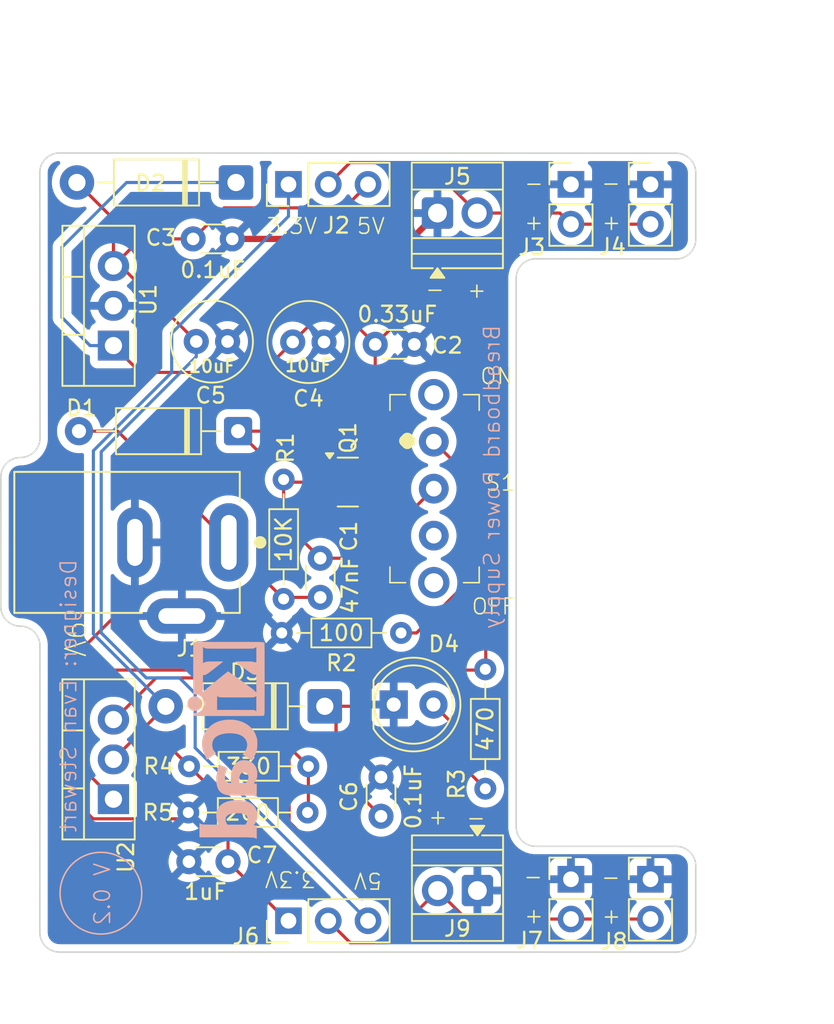
<source format=kicad_pcb>
(kicad_pcb (version 20241229) (generator "pcbnew") (generator_version "9.0")
  (title_block (title "Bread Board Power Supply") (date "2025-10-17") (rev "1.0") (company "Evan Stewart") (comment 1 "12V to 5V or 3.3V output for breadboards"))
  (layers (0 "F.Cu" signal) (2 "B.Cu" signal) (13 "F.Paste" user) (15 "B.Paste" user) (5 "F.SilkS" user "F.Silkscreen") (7 "B.SilkS" user "B.Silkscreen") (1 "F.Mask" user) (3 "B.Mask" user) (25 "Edge.Cuts" user))
  (net 0 "")
  (net 1 "GND")
  (net 2 "Net-(D1-K)")
  (net 3 "/9V_PWR")
  (net 4 "/5V_PWR")
  (net 5 "/3.3V_PWR")
  (net 6 "Net-(U2-ADJ)")
  (net 8 "/PWR_Output1")
  (net 9 "/PWR_Output2")
  (net 10 "/PWR_IN")
  (net 11 "Net-(D4-A)")
  (net 12 "Net-(R2-Pad1)")
  (net 13 "Net-(Q1-G)")
  (footprint "LED_THT:LED_D5.0mm" (layer "F.Cu") (at 148.38875 112.27125)
    (property "Reference" "D4" (at 3.2 -3.86 0) (layer "F.SilkS"))
    (property "Value" "LED")
    (pad "1" thru_hole rect (at 0 0) (size 1.8 1.8) (drill 0.9) (layers "*.Cu" "*.Mask") (net 1 "GND"))
    (pad "2" thru_hole circle (at 2.54 0) (size 1.8 1.8) (drill 0.9) (layers "*.Cu" "*.Mask") (net 11 "Net-(D4-A)"))
  )
  (footprint "Capacitor_THT:C_Disc_D3.0mm_W1.6mm_P2.50mm" (layer "F.Cu") (at 147.57875 119.40125 90)
    (property "Reference" "C6" (at 1.25 -2.05 90) (layer "F.SilkS"))
    (property "Value" "0.1uF" (at 1.25 2.05 90) (layer "F.SilkS"))
    (pad "1" thru_hole circle (at 0 0 90) (size 1.6 1.6) (drill 0.8) (layers "*.Cu" "*.Mask") (net 3 "/9V_PWR"))
    (pad "2" thru_hole circle (at 2.5 0 90) (size 1.6 1.6) (drill 0.8) (layers "*.Cu" "*.Mask") (net 1 "GND"))
  )
  (footprint "PJ-002A_BarrelJack:CUI_PJ-002A" (layer "F.Cu") (at 137.85875 101.92125 180)
    (property "Reference" "J1" (at 2.487052 -6.770615 180) (layer "F.SilkS") (effects (font (size 1.000827 1.000827))))
    (property "Value" "Barrel_Jack")
    (pad "1" thru_hole oval (at 0 0 180) (size 2.5 5) (drill oval 1 3.5) (layers "*.Cu" "*.Mask") (net 10 "/PWR_IN"))
    (pad "2" thru_hole oval (at 6 0 180) (size 2.25 4.5) (drill oval 1 3) (layers "*.Cu" "*.Mask") (net 1 "GND"))
    (pad "3" thru_hole oval (at 3 -4.7 180) (size 4.5 2.25) (drill oval 3 1) (layers "*.Cu" "*.Mask") (net 1 "GND"))
  )
  (footprint "Diode_THT:D_DO-41_SOD81_P10.16mm_Horizontal" (layer "F.Cu") (at 143.98875 112.38125 180)
    (property "Reference" "D3" (at 5.08 2.18 0) (layer "F.SilkS"))
    (property "Value" "1N4007")
    (pad "1" thru_hole roundrect (at 0 0 180) (size 2.2 2.2) (drill 1.1) (layers "*.Cu" "*.Mask") (roundrect_rratio 0.113636) (net 3 "/9V_PWR"))
    (pad "2" thru_hole circle (at 10.16 0 180) (size 2.2 2.2) (drill 1.1) (layers "*.Cu" "*.Mask") (net 5 "/3.3V_PWR"))
  )
  (footprint "Connector_PinHeader_2.54mm:PinHeader_1x03_P2.54mm_Vertical" (layer "F.Cu") (at 141.66875 79.07125 90)
    (property "Reference" "J2" (at -2.62 3.06 0) (layer "F.SilkS"))
    (property "Value" "Conn_01x03_Pin")
    (pad "1" thru_hole rect (at 0 0 90) (size 1.7 1.7) (drill 1) (layers "*.Cu" "*.Mask") (net 5 "/3.3V_PWR"))
    (pad "2" thru_hole circle (at 0 2.54 90) (size 1.7 1.7) (drill 1) (layers "*.Cu" "*.Mask") (net 8 "/PWR_Output1"))
    (pad "3" thru_hole circle (at 0 5.08 90) (size 1.7 1.7) (drill 1) (layers "*.Cu" "*.Mask") (net 4 "/5V_PWR"))
  )
  (footprint "Resistor_THT:R_Axial_DIN0204_L3.6mm_D1.6mm_P7.62mm_Horizontal" (layer "F.Cu") (at 135.26875 119.16125)
    (property "Reference" "R5" (at -1.94 0 0) (layer "F.SilkS"))
    (property "Value" "200" (at 3.81 0 0) (layer "F.SilkS"))
    (pad "1" thru_hole circle (at 0 0) (size 1.4 1.4) (drill 0.7) (layers "*.Cu" "*.Mask") (net 1 "GND"))
    (pad "2" thru_hole circle (at 7.62 0) (size 1.4 1.4) (drill 0.7) (layers "*.Cu" "*.Mask") (net 6 "Net-(U2-ADJ)"))
  )
  (footprint "Diode_THT:D_A-405_P10.16mm_Horizontal" (layer "F.Cu") (at 138.44875 94.82125 180)
    (property "Reference" "D1" (at 10 1.47 0) (layer "F.SilkS"))
    (property "Value" "1N5822")
    (pad "1" thru_hole roundrect (at 0 0 180) (size 1.8 1.8) (drill 0.9) (layers "*.Cu" "*.Mask") (roundrect_rratio 0.138889) (net 2 "Net-(D1-K)"))
    (pad "2" thru_hole circle (at 10.16 0 180) (size 1.8 1.8) (drill 0.9) (layers "*.Cu" "*.Mask") (net 10 "/PWR_IN"))
  )
  (footprint "Connector_PinHeader_2.54mm:PinHeader_1x02_P2.54mm_Vertical" (layer "F.Cu") (at 164.78875 123.42125)
    (property "Reference" "J8" (at -2.33 3.97 0) (layer "F.SilkS"))
    (property "Value" "Conn_01x02_Pin")
    (pad "1" thru_hole rect (at 0 0) (size 1.7 1.7) (drill 1) (layers "*.Cu" "*.Mask") (net 1 "GND"))
    (pad "2" thru_hole circle (at 0 2.54) (size 1.7 1.7) (drill 1) (layers "*.Cu" "*.Mask") (net 9 "/PWR_Output2"))
  )
  (footprint "Connector_PinHeader_2.54mm:PinHeader_1x03_P2.54mm_Vertical" (layer "F.Cu") (at 141.66875 126.07125 90)
    (property "Reference" "J6" (at -1 -2.71 180) (layer "F.SilkS"))
    (property "Value" "Conn_01x03_Pin")
    (pad "1" thru_hole rect (at 0 0 90) (size 1.7 1.7) (drill 1) (layers "*.Cu" "*.Mask") (net 5 "/3.3V_PWR"))
    (pad "2" thru_hole circle (at 0 2.54 90) (size 1.7 1.7) (drill 1) (layers "*.Cu" "*.Mask") (net 9 "/PWR_Output2"))
    (pad "3" thru_hole circle (at 0 5.08 90) (size 1.7 1.7) (drill 1) (layers "*.Cu" "*.Mask") (net 4 "/5V_PWR"))
  )
  (footprint "Package_TO_SOT_THT:TO-220-3_Vertical" (layer "F.Cu") (at 130.48875 118.31125 90)
    (property "Reference" "U2" (at -3.71 0.8 90) (layer "F.SilkS"))
    (property "Value" "LM317_TO-220" (hide yes))
    (pad "1" thru_hole rect (at 0 0 90) (size 1.905 2) (drill 1.1) (layers "*.Cu" "*.Mask") (net 6 "Net-(U2-ADJ)"))
    (pad "2" thru_hole oval (at 2.54 0 90) (size 1.905 2) (drill 1.1) (layers "*.Cu" "*.Mask") (net 5 "/3.3V_PWR"))
    (pad "3" thru_hole oval (at 5.08 0 90) (size 1.905 2) (drill 1.1) (layers "*.Cu" "*.Mask") (net 3 "/9V_PWR"))
  )
  (footprint "Resistor_THT:R_Axial_DIN0204_L3.6mm_D1.6mm_P7.62mm_Horizontal" (layer "F.Cu") (at 141.35875 97.91125 -90)
    (property "Reference" "R1" (at -2.01 -0.13 90) (layer "F.SilkS"))
    (property "Value" "10K" (at 3.81 0 90) (layer "F.SilkS"))
    (pad "1" thru_hole circle (at 0 0 270) (size 1.4 1.4) (drill 0.7) (layers "*.Cu" "*.Mask") (net 13 "Net-(Q1-G)"))
    (pad "2" thru_hole circle (at 7.62 0 270) (size 1.4 1.4) (drill 0.7) (layers "*.Cu" "*.Mask") (net 2 "Net-(D1-K)"))
  )
  (footprint "TerminalBlock:TerminalBlock_Xinya_XY308-2.54-2P_1x02_P2.54mm_Horizontal" (layer "F.Cu") (at 153.73375 124.14125 180)
    (property "Reference" "J9" (at 1.275 -2.43 180) (layer "F.SilkS"))
    (property "Value" "Screw_Terminal_01x02")
    (pad "1" thru_hole roundrect (at 0 0 180) (size 2 2) (drill 1.2) (layers "*.Cu" "*.Mask") (roundrect_rratio 0.125) (net 1 "GND"))
    (pad "2" thru_hole circle (at 2.54 0 180) (size 2 2) (drill 1.2) (layers "*.Cu" "*.Mask") (net 9 "/PWR_Output2"))
  )
  (footprint "Package_TO_SOT_SMD:SOT-23" (layer "F.Cu") (at 145.45875 98.07125)
    (property "Reference" "Q1" (at 0.02 -2.8175 90) (layer "F.SilkS"))
    (property "Value" "AO3401A")
    (pad "1" smd roundrect (at -0.9375 -0.95) (size 1.475 0.6) (layers "F.Cu" "F.Mask" "F.Paste") (net 13 "Net-(Q1-G)"))
    (pad "2" smd roundrect (at -0.9375 0.95) (size 1.475 0.6) (layers "F.Cu" "F.Mask" "F.Paste") (net 3 "/9V_PWR"))
    (pad "3" smd roundrect (at 0.9375 0) (size 1.475 0.6) (layers "F.Cu" "F.Mask" "F.Paste") (net 2 "Net-(D1-K)"))
  )
  (footprint "FootprintLib_ES:SW_Slide_SS12F44_SPDT" (layer "F.Cu") (at 150.94875 98.49125)
    (property "Reference" "S1" (at 4.27 -0.37 0) (layer "F.SilkS") (effects (font (thickness 0.1))))
    (property "Value" "OS102011MS2QN1")
    (fp_text user "." (at -2.9 -2.5 0) (layer "F.SilkS") (effects (font (size 3 3) (thickness 0.75) (bold yes)) (justify left bottom)))
    (pad "" np_thru_hole circle (at 0 -6) (size 2 2) (drill 1.2) (layers "*.Cu" "*.Mask"))
    (pad "" np_thru_hole circle (at 0 6) (size 2 2) (drill 1.2) (layers "*.Cu" "*.Mask"))
    (pad "1" thru_hole circle (at 0 -3) (size 1.9 1.9) (drill 1) (layers "*.Cu" "*.Mask") (net 12 "Net-(R2-Pad1)"))
    (pad "2" thru_hole circle (at 0 0) (size 1.9 1.9) (drill 1) (layers "*.Cu" "*.Mask") (net 13 "Net-(Q1-G)"))
    (pad "3" thru_hole circle (at 0 3) (size 1.9 1.9) (drill 1) (layers "*.Cu" "*.Mask"))
  )
  (footprint "Capacitor_THT:C_Radial_D5.0mm_H11.0mm_P2.00mm" (layer "F.Cu") (at 141.93875 89.13125)
    (property "Reference" "C4" (at 1 3.61 0) (layer "F.SilkS"))
    (property "Value" "10uF" (at 1 1.5 0) (layer "F.SilkS") (effects (font (size 0.8 0.8))))
    (pad "1" thru_hole circle (at 0 0) (size 1.6 1.6) (drill 0.8) (layers "*.Cu" "*.Mask") (net 3 "/9V_PWR"))
    (pad "2" thru_hole circle (at 2 0) (size 1.6 1.6) (drill 0.8) (layers "*.Cu" "*.Mask") (net 1 "GND"))
  )
  (footprint "Capacitor_THT:C_Disc_D3.0mm_W1.6mm_P2.50mm" (layer "F.Cu") (at 135.57875 82.55125)
    (property "Reference" "C3" (at -2.06 -0.08 0) (layer "F.SilkS"))
    (property "Value" "0.1uF" (at 1.25 1.98 0) (layer "F.SilkS"))
    (pad "1" thru_hole circle (at 0 0) (size 1.6 1.6) (drill 0.8) (layers "*.Cu" "*.Mask") (net 4 "/5V_PWR"))
    (pad "2" thru_hole circle (at 2.5 0) (size 1.6 1.6) (drill 0.8) (layers "*.Cu" "*.Mask") (net 1 "GND"))
  )
  (footprint "Capacitor_THT:C_Disc_D3.0mm_W1.6mm_P2.50mm" (layer "F.Cu") (at 147.20875 89.28125)
    (property "Reference" "C2" (at 4.61 0.07 0) (layer "F.SilkS"))
    (property "Value" "0.33uF" (at 1.41 -1.92 0) (layer "F.SilkS"))
    (pad "1" thru_hole circle (at 0 0) (size 1.6 1.6) (drill 0.8) (layers "*.Cu" "*.Mask") (net 3 "/9V_PWR"))
    (pad "2" thru_hole circle (at 2.5 0) (size 1.6 1.6) (drill 0.8) (layers "*.Cu" "*.Mask") (net 1 "GND"))
  )
  (footprint "Connector_PinHeader_2.54mm:PinHeader_1x02_P2.54mm_Vertical" (layer "F.Cu") (at 159.70875 123.42125)
    (property "Reference" "J7" (at -2.65 3.9 180) (layer "F.SilkS"))
    (property "Value" "Conn_01x02_Pin")
    (pad "1" thru_hole rect (at 0 0) (size 1.7 1.7) (drill 1) (layers "*.Cu" "*.Mask") (net 1 "GND"))
    (pad "2" thru_hole circle (at 0 2.54) (size 1.7 1.7) (drill 1) (layers "*.Cu" "*.Mask") (net 9 "/PWR_Output2"))
  )
  (footprint "TerminalBlock:TerminalBlock_Xinya_XY308-2.54-2P_1x02_P2.54mm_Horizontal" (layer "F.Cu") (at 151.18375 80.90125)
    (property "Reference" "J5" (at 1.27 -2.33 0) (layer "F.SilkS"))
    (property "Value" "Screw_Terminal_01x02")
    (pad "1" thru_hole roundrect (at 0 0) (size 2 2) (drill 1.2) (layers "*.Cu" "*.Mask") (roundrect_rratio 0.125) (net 1 "GND"))
    (pad "2" thru_hole circle (at 2.54 0) (size 2 2) (drill 1.2) (layers "*.Cu" "*.Mask") (net 8 "/PWR_Output1"))
  )
  (footprint "Connector_PinHeader_2.54mm:PinHeader_1x02_P2.54mm_Vertical" (layer "F.Cu") (at 164.78875 79.07125)
    (property "Reference" "J4" (at -2.43 3.97 0) (layer "F.SilkS"))
    (property "Value" "Conn_01x02_Pin")
    (pad "1" thru_hole rect (at 0 0) (size 1.7 1.7) (drill 1) (layers "*.Cu" "*.Mask") (net 1 "GND"))
    (pad "2" thru_hole circle (at 0 2.54) (size 1.7 1.7) (drill 1) (layers "*.Cu" "*.Mask") (net 8 "/PWR_Output1"))
  )
  (footprint "Package_TO_SOT_THT:TO-220-3_Vertical" (layer "F.Cu") (at 130.48875 89.36125 90)
    (property "Reference" "U1" (at 2.93 2.23 90) (layer "F.SilkS"))
    (property "Value" "LM7805_TO220" (hide yes))
    (pad "1" thru_hole rect (at 0 0 90) (size 1.905 2) (drill 1.1) (layers "*.Cu" "*.Mask") (net 3 "/9V_PWR"))
    (pad "2" thru_hole oval (at 2.54 0 90) (size 1.905 2) (drill 1.1) (layers "*.Cu" "*.Mask") (net 1 "GND"))
    (pad "3" thru_hole oval (at 5.08 0 90) (size 1.905 2) (drill 1.1) (layers "*.Cu" "*.Mask") (net 4 "/5V_PWR"))
  )
  (footprint "Capacitor_THT:C_Radial_D5.0mm_H11.0mm_P2.00mm" (layer "F.Cu") (at 135.77875 89.10125)
    (property "Reference" "C5" (at 0.92 3.44 0) (layer "F.SilkS"))
    (property "Value" "10uF" (at 1.01 1.58 0) (layer "F.SilkS") (effects (font (size 0.8 0.8))))
    (pad "1" thru_hole circle (at 0 0) (size 1.6 1.6) (drill 0.8) (layers "*.Cu" "*.Mask") (net 4 "/5V_PWR"))
    (pad "2" thru_hole circle (at 2 0) (size 1.6 1.6) (drill 0.8) (layers "*.Cu" "*.Mask") (net 1 "GND"))
  )
  (footprint "Resistor_THT:R_Axial_DIN0204_L3.6mm_D1.6mm_P7.62mm_Horizontal" (layer "F.Cu") (at 154.23875 117.64125 90)
    (property "Reference" "R3" (at 0.29 -1.84 90) (layer "F.SilkS"))
    (property "Value" "470" (at 3.81 0 90) (layer "F.SilkS"))
    (pad "1" thru_hole circle (at 0 0 90) (size 1.4 1.4) (drill 0.7) (layers "*.Cu" "*.Mask") (net 11 "Net-(D4-A)"))
    (pad "2" thru_hole circle (at 7.62 0 90) (size 1.4 1.4) (drill 0.7) (layers "*.Cu" "*.Mask") (net 3 "/9V_PWR"))
  )
  (footprint "Capacitor_THT:C_Disc_D3.0mm_W1.6mm_P2.50mm" (layer "F.Cu") (at 143.69875 105.43125 90)
    (property "Reference" "C1" (at 3.9 1.83 90) (layer "F.SilkS"))
    (property "Value" "47nF" (at 0.78 1.9 90) (layer "F.SilkS"))
    (pad "1" thru_hole circle (at 0 0 90) (size 1.6 1.6) (drill 0.8) (layers "*.Cu" "*.Mask") (net 2 "Net-(D1-K)"))
    (pad "2" thru_hole circle (at 2.5 0 90) (size 1.6 1.6) (drill 0.8) (layers "*.Cu" "*.Mask") (net 13 "Net-(Q1-G)"))
  )
  (footprint "Resistor_THT:R_Axial_DIN0204_L3.6mm_D1.6mm_P7.62mm_Horizontal" (layer "F.Cu") (at 142.93875 116.21125 180)
    (property "Reference" "R4" (at 9.56 0 0) (layer "F.SilkS"))
    (property "Value" "330" (at 3.81 0 0) (layer "F.SilkS"))
    (pad "1" thru_hole circle (at 0 0 180) (size 1.4 1.4) (drill 0.7) (layers "*.Cu" "*.Mask") (net 6 "Net-(U2-ADJ)"))
    (pad "2" thru_hole circle (at 7.62 0 180) (size 1.4 1.4) (drill 0.7) (layers "*.Cu" "*.Mask") (net 5 "/3.3V_PWR"))
  )
  (footprint "Connector_PinHeader_2.54mm:PinHeader_1x02_P2.54mm_Vertical" (layer "F.Cu") (at 159.70875 79.07125)
    (property "Reference" "J3" (at -2.5 4 180) (layer "F.SilkS"))
    (property "Value" "Conn_01x02_Pin")
    (pad "1" thru_hole rect (at 0 0) (size 1.7 1.7) (drill 1) (layers "*.Cu" "*.Mask") (net 1 "GND"))
    (pad "2" thru_hole circle (at 0 2.54) (size 1.7 1.7) (drill 1) (layers "*.Cu" "*.Mask") (net 8 "/PWR_Output1"))
  )
  (footprint "Resistor_THT:R_Axial_DIN0204_L3.6mm_D1.6mm_P7.62mm_Horizontal" (layer "F.Cu") (at 148.85875 107.70125 180)
    (property "Reference" "R2" (at 3.81 -1.92 0) (layer "F.SilkS"))
    (property "Value" "100" (at 3.81 0 0) (layer "F.SilkS"))
    (pad "1" thru_hole circle (at 0 0 180) (size 1.4 1.4) (drill 0.7) (layers "*.Cu" "*.Mask") (net 12 "Net-(R2-Pad1)"))
    (pad "2" thru_hole circle (at 7.62 0 180) (size 1.4 1.4) (drill 0.7) (layers "*.Cu" "*.Mask") (net 1 "GND"))
  )
  (footprint "Capacitor_THT:C_Disc_D3.0mm_W1.6mm_P2.50mm" (layer "F.Cu") (at 137.80875 122.30125 180)
    (property "Reference" "C7" (at -2.17 0.42 0) (layer "F.SilkS"))
    (property "Value" "1uF" (at 1.44 -1.92 180) (layer "F.SilkS"))
    (pad "1" thru_hole circle (at 0 0 180) (size 1.6 1.6) (drill 0.8) (layers "*.Cu" "*.Mask") (net 5 "/3.3V_PWR"))
    (pad "2" thru_hole circle (at 2.5 0 180) (size 1.6 1.6) (drill 0.8) (layers "*.Cu" "*.Mask") (net 1 "GND"))
  )
  (footprint "Diode_THT:D_DO-41_SOD81_P10.16mm_Horizontal" (layer "F.Cu") (at 138.31875 78.95125 180)
    (property "Reference" "D2" (at 5.46 -0.04 0) (layer "F.SilkS"))
    (property "Value" "1N4007")
    (pad "1" thru_hole roundrect (at 0 0 180) (size 2.2 2.2) (drill 1.1) (layers "*.Cu" "*.Mask") (roundrect_rratio 0.113636) (net 3 "/9V_PWR"))
    (pad "2" thru_hole circle (at 10.16 0 180) (size 2.2 2.2) (drill 1.1) (layers "*.Cu" "*.Mask") (net 4 "/5V_PWR"))
  )
  (footprint "Symbol:KiCad-Logo_5mm_SilkScreen" (layer "B.Cu") (at 138.200812 114.556948 -90)
    (property "Reference" "REF**" (hide yes))
    (property "Value" "KiCad-Logo_5mm_SilkScreen" (hide yes))
  )
  (gr_circle (center 129.68875 124.31125) (end 131.20875 122.19125) (stroke (width 0.1)) (fill no) (layer "B.SilkS"))
  (gr_arc (start 157.45875 121.32125) (mid 156.574867 120.955133) (end 156.20875 120.07125) (stroke (width 0.1)) (layer "Edge.Cuts"))
  (gr_line (start 127.03875 128.07125) (end 166.42875 128.07125) (stroke (width 0.1)) (layer "Edge.Cuts"))
  (gr_line (start 125.794867 108.517367) (end 125.78875 126.817367) (stroke (width 0.1)) (layer "Edge.Cuts"))
  (gr_arc (start 124.544867 107.267367) (mid 123.660984 106.90125) (end 123.294867 106.017367) (stroke (width 0.1)) (layer "Edge.Cuts"))
  (gr_arc (start 166.42875 121.32125) (mid 167.312633 121.687367) (end 167.67875 122.57125) (stroke (width 0.1)) (layer "Edge.Cuts"))
  (gr_line (start 166.42875 77.08125) (end 127.045269 77.067367) (stroke (width 0.1)) (layer "Edge.Cuts"))
  (gr_line (start 166.42875 83.83125) (end 157.45875 83.82125) (stroke (width 0.1)) (layer "Edge.Cuts"))
  (gr_arc (start 123.300967 97.753484) (mid 123.667084 96.869601) (end 124.550967 96.503484) (stroke (width 0.1)) (layer "Edge.Cuts"))
  (gr_arc (start 166.42875 77.08125) (mid 167.312633 77.447367) (end 167.67875 78.33125) (stroke (width 0.1)) (layer "Edge.Cuts"))
  (gr_arc (start 167.67875 126.82125) (mid 167.312633 127.705133) (end 166.42875 128.07125) (stroke (width 0.1)) (layer "Edge.Cuts"))
  (gr_arc (start 156.20875 85.07125) (mid 156.574867 84.187367) (end 157.45875 83.82125) (stroke (width 0.1)) (layer "Edge.Cuts"))
  (gr_line (start 157.45875 121.32125) (end 166.42875 121.32125) (stroke (width 0.1)) (layer "Edge.Cuts"))
  (gr_line (start 167.67875 78.33125) (end 167.67875 82.58125) (stroke (width 0.1)) (layer "Edge.Cuts"))
  (gr_arc (start 125.800984 95.253484) (mid 125.434867 96.137367) (end 124.550984 96.503484) (stroke (width 0.1)) (layer "Edge.Cuts"))
  (gr_arc (start 124.544867 107.267367) (mid 125.42875 107.633484) (end 125.794867 108.517367) (stroke (width 0.1)) (layer "Edge.Cuts"))
  (gr_line (start 156.20875 85.07125) (end 156.20875 120.07125) (stroke (width 0.1)) (layer "Edge.Cuts"))
  (gr_arc (start 127.03875 128.067367) (mid 126.154867 127.70125) (end 125.78875 126.817367) (stroke (width 0.1)) (layer "Edge.Cuts"))
  (gr_line (start 167.67875 126.82125) (end 167.67875 122.57125) (stroke (width 0.1)) (layer "Edge.Cuts"))
  (gr_arc (start 167.67875 82.58125) (mid 167.312633 83.465133) (end 166.42875 83.83125) (stroke (width 0.1)) (layer "Edge.Cuts"))
  (gr_arc (start 125.78875 78.317367) (mid 126.154867 77.433484) (end 127.03875 77.067367) (stroke (width 0.1)) (layer "Edge.Cuts"))
  (gr_line (start 123.294868 106.017365) (end 123.300967 97.753484) (stroke (width 0.1)) (layer "Edge.Cuts"))
  (gr_line (start 125.78875 78.317367) (end 125.800983 95.253484) (stroke (width 0.1)) (layer "Edge.Cuts"))
  (gr_text "+" (at 161.60875 82.07125 0) (layer "F.SilkS") (effects (font (size 1 1) (thickness 0.1)) (justify left bottom)))
  (gr_text "5V" (at 147.70875 122.92125 180) (layer "F.SilkS") (effects (font (size 1 1) (thickness 0.1)) (justify left bottom)))
  (gr_text "-" (at 151.70875 85.32125 180) (layer "F.SilkS") (effects (font (size 1 1) (thickness 0.1)) (justify left bottom)))
  (gr_text "+" (at 161.60875 126.34125 0) (layer "F.SilkS") (effects (font (size 1 1) (thickness 0.1)) (justify left bottom)))
  (gr_text "5V" (at 145.95875 82.32125 0) (layer "F.SilkS") (effects (font (size 1 1) (thickness 0.1)) (justify left bottom)))
  (gr_text "-" (at 152.95875 120.07125 0) (layer "F.SilkS") (effects (font (size 1 1) (thickness 0.1)) (justify left bottom)))
  (gr_text "OFF" (at 153.29875 106.60125 0) (layer "F.SilkS") (effects (font (size 1 1) (thickness 0.1)) (justify left bottom)))
  (gr_text "-" (at 156.60875 123.82125 0) (layer "F.SilkS") (effects (font (size 1 1) (thickness 0.1)) (justify left bottom)))
  (gr_text "-" (at 161.57875 79.56125 0) (layer "F.SilkS") (effects (font (size 1 1) (thickness 0.1)) (justify left bottom)))
  (gr_text "-" (at 161.56875 123.86125 0) (layer "F.SilkS") (effects (font (size 1 1) (thickness 0.1)) (justify left bottom)))
  (gr_text "+" (at 156.65875 82.07125 0) (layer "F.SilkS") (effects (font (size 1 1) (thickness 0.1)) (justify left bottom)))
  (gr_text "-" (at 156.65875 79.57125 0) (layer "F.SilkS") (effects (font (size 1 1) (thickness 0.1)) (justify left bottom)))
  (gr_text "9V" (at 127.22875 106.84125 270) (layer "F.SilkS") (effects (font (size 1.3 1.3) (thickness 0.1)) (justify left bottom)))
  (gr_text "+" (at 150.70875 118.82125 270) (layer "F.SilkS") (effects (font (size 1 1) (thickness 0.1)) (justify left bottom)))
  (gr_text "+" (at 154.20875 86.57125 90) (layer "F.SilkS") (effects (font (size 1 1) (thickness 0.1)) (justify left bottom)))
  (gr_text "3.3V" (at 143.45875 122.82125 180) (layer "F.SilkS") (effects (font (size 1 1) (thickness 0.1)) (justify left bottom)))
  (gr_text "3.3V" (at 140.20875 82.32125 0) (layer "F.SilkS") (effects (font (size 1 1) (thickness 0.1)) (justify left bottom)))
  (gr_text "+" (at 156.65875 126.32125 0) (layer "F.SilkS") (effects (font (size 1 1) (thickness 0.1)) (justify left bottom)))
  (gr_text "ON" (at 153.84875 91.90125 0) (layer "F.SilkS") (effects (font (size 1 1) (thickness 0.1)) (justify left bottom)))
  (gr_text "Breadboard Power Supply" (at 155.24875 87.97125 90) (layer "B.SilkS") (effects (font (size 1 1) (thickness 0.1)) (justify left bottom mirror)))
  (gr_text "Designer: Evan Stewart" (at 128.20875 102.93125 90) (layer "B.SilkS") (effects (font (size 1 1) (thickness 0.1)) (justify left bottom mirror)))
  (gr_text "V 0.2" (at 130.363472 122.300829 90) (layer "B.SilkS") (effects (font (size 1 1) (thickness 0.1)) (justify left bottom mirror)))
  (segment (start 135.26875 119.16125) (end 134.86525 119.56475) (width 0.2) (layer "F.Cu") (net 1))
  (segment (start 130.59165 106.62125) (end 134.85875 106.62125) (width 0.2) (layer "F.Cu") (net 1))
  (segment (start 129.18775 119.56475) (end 127.30775 117.68475) (width 0.2) (layer "F.Cu") (net 1))
  (segment (start 127.30775 117.68475) (end 127.30775 109.90515) (width 0.2) (layer "F.Cu") (net 1))
  (segment (start 127.30775 109.90515) (end 130.59165 106.62125) (width 0.2) (layer "F.Cu") (net 1))
  (segment (start 134.86525 119.56475) (end 129.18775 119.56475) (width 0.2) (layer "F.Cu") (net 1))
  (segment (start 149.53375 82.55125) (end 151.18375 80.90125) (width 0.4) (layer "F.Cu") (net 1))
  (segment (start 138.07875 82.55125) (end 149.53375 82.55125) (width 0.4) (layer "F.Cu") (net 1))
  (segment (start 139.70875 103.88125) (end 139.70875 96.08125) (width 0.2) (layer "F.Cu") (net 2))
  (segment (start 141.35875 105.53125) (end 139.70875 103.88125) (width 0.2) (layer "F.Cu") (net 2))
  (segment (start 143.69875 105.43125) (end 141.45875 105.43125) (width 0.2) (layer "F.Cu") (net 2))
  (segment (start 146.39625 98.07125) (end 146.39625 97.25875) (width 0.2) (layer "F.Cu") (net 2))
  (segment (start 146.39625 97.25875) (end 143.95875 94.82125) (width 0.2) (layer "F.Cu") (net 2))
  (segment (start 141.45875 105.43125) (end 141.35875 105.53125) (width 0.2) (layer "F.Cu") (net 2))
  (segment (start 139.70875 96.08125) (end 138.44875 94.82125) (width 0.2) (layer "F.Cu") (net 2))
  (segment (start 143.95875 94.82125) (end 138.44875 94.82125) (width 0.2) (layer "F.Cu") (net 2))
  (segment (start 145.47875 99.97875) (end 146.80125 99.97875) (width 0.2) (layer "F.Cu") (net 3))
  (segment (start 142.527343 120.57125) (end 141.70875 119.752657) (width 0.2) (layer "F.Cu") (net 3))
  (segment (start 130.54875 113.23125) (end 130.48875 113.23125) (width 0.2) (layer "F.Cu") (net 3))
  (segment (start 154.26875 110.07125) (end 154.26875 106.68125) (width 0.2) (layer "F.Cu") (net 3))
  (segment (start 147.70875 89.78125) (end 147.20875 89.28125) (width 0.2) (layer "F.Cu") (net 3))
  (segment (start 147.70875 94.57125) (end 147.20875 94.07125) (width 0.2) (layer "F.Cu") (net 3))
  (segment (start 143.49875 87.57125) (end 141.93875 89.13125) (width 0.2) (layer "F.Cu") (net 3))
  (segment (start 144.70875 119.57125) (end 143.70875 120.57125) (width 0.2) (layer "F.Cu") (net 3))
  (segment (start 148.91875 87.57125) (end 147.20875 89.28125) (width 0.2) (layer "F.Cu") (net 3))
  (segment (start 141.70875 115.57125) (end 136.70875 110.57125) (width 0.2) (layer "F.Cu") (net 3))
  (segment (start 155.20875 105.74125) (end 155.20875 90.57125) (width 0.2) (layer "F.Cu") (net 3))
  (segment (start 136.70875 110.57125) (end 133.20875 110.57125) (width 0.2) (layer "F.Cu") (net 3))
  (segment (start 144.70875 113.10125) (end 144.70875 119.57125) (width 0.2) (layer "F.Cu") (net 3))
  (segment (start 147.20875 94.07125) (end 147.20875 89.28125) (width 0.2) (layer "F.Cu") (net 3))
  (segment (start 154.26875 106.68125) (end 155.20875 105.74125) (width 0.2) (layer "F.Cu") (net 3))
  (segment (start 148.051564 110.07125) (end 154.26875 110.07125) (width 0.2) (layer "F.Cu") (net 3))
  (segment (start 144.70875 116.53125) (end 144.70875 113.10125) (width 0.2) (layer "F.Cu") (net 3))
  (segment (start 143.98875 112.38125) (end 145.741564 112.38125) (width 0.2) (layer "F.Cu") (net 3))
  (segment (start 147.70875 99.07125) (end 147.70875 94.57125) (width 0.2) (layer "F.Cu") (net 3))
  (segment (start 147.57875 119.40125) (end 144.70875 116.53125) (width 0.2) (layer "F.Cu") (net 3))
  (segment (start 133.20875 110.57125) (end 130.54875 113.23125) (width 0.2) (layer "F.Cu") (net 3))
  (segment (start 145.49875 87.57125) (end 143.49875 87.57125) (width 0.2) (layer "F.Cu") (net 3))
  (segment (start 139.99875 91.07125) (end 132.19875 91.07125) (width 0.2) (layer "F.Cu") (net 3))
  (segment (start 155.20875 90.57125) (end 152.20875 87.57125) (width 0.2) (layer "F.Cu") (net 3))
  (segment (start 144.52125 99.02125) (end 145.47875 99.97875) (width 0.2) (layer "F.Cu") (net 3))
  (segment (start 144.70875 113.10125) (end 143.98875 112.38125) (width 0.2) (layer "F.Cu") (net 3))
  (segment (start 152.20875 87.57125) (end 148.91875 87.57125) (width 0.2) (layer "F.Cu") (net 3))
  (segment (start 143.70875 120.57125) (end 142.527343 120.57125) (width 0.2) (layer "F.Cu") (net 3))
  (segment (start 141.70875 119.752657) (end 141.70875 115.57125) (width 0.2) (layer "F.Cu") (net 3))
  (segment (start 145.741564 112.38125) (end 148.051564 110.07125) (width 0.2) (layer "F.Cu") (net 3))
  (segment (start 146.80125 99.97875) (end 147.70875 99.07125) (width 0.2) (layer "F.Cu") (net 3))
  (segment (start 141.93875 89.13125) (end 139.99875 91.07125) (width 0.2) (layer "F.Cu") (net 3))
  (segment (start 132.19875 91.07125) (end 130.48875 89.36125) (width 0.2) (layer "F.Cu") (net 3))
  (segment (start 147.20875 89.28125) (end 145.49875 87.57125) (width 0.2) (layer "F.Cu") (net 3))
  (segment (start 127.20875 83.07125) (end 131.32875 78.95125) (width 0.2) (layer "B.Cu") (net 3))
  (segment (start 131.32875 78.95125) (end 138.31875 78.95125) (width 0.2) (layer "B.Cu") (net 3))
  (segment (start 127.20875 87.57125) (end 127.20875 83.07125) (width 0.2) (layer "B.Cu") (net 3))
  (segment (start 130.48875 89.36125) (end 128.99875 89.36125) (width 0.2) (layer "B.Cu") (net 3))
  (segment (start 128.99875 89.36125) (end 127.20875 87.57125) (width 0.2) (layer "B.Cu") (net 3))
  (segment (start 130.48875 81.28125) (end 130.48875 84.28125) (width 0.2) (layer "F.Cu") (net 4))
  (segment (start 146.74875 79.07125) (end 145.24875 80.57125) (width 0.2) (layer "F.Cu") (net 4))
  (segment (start 130.48875 84.65125) (end 130.48875 84.28125) (width 0.2) (layer "F.Cu") (net 4))
  (segment (start 135.77875 89.10125) (end 130.95875 84.28125) (width 0.2) (layer "F.Cu") (net 4))
  (segment (start 135.57875 82.55125) (end 132.21875 82.55125) (width 0.2) (layer "F.Cu") (net 4))
  (segment (start 128.15875 78.95125) (end 130.48875 81.28125) (width 0.2) (layer "F.Cu") (net 4))
  (segment (start 130.95875 84.28125) (end 130.48875 84.28125) (width 0.2) (layer "F.Cu") (net 4))
  (segment (start 137.55875 80.57125) (end 135.57875 82.55125) (width 0.2) (layer "F.Cu") (net 4))
  (segment (start 132.21875 82.55125) (end 130.48875 84.28125) (width 0.2) (layer "F.Cu") (net 4))
  (segment (start 145.24875 80.57125) (end 137.55875 80.57125) (width 0.2) (layer "F.Cu") (net 4))
  (segment (start 129.70875 107.69415) (end 129.70875 96.13835) (width 0.2) (layer "B.Cu") (net 4))
  (segment (start 134.10975 91.73735) (end 134.10975 91.73525) (width 0.2) (layer "B.Cu") (net 4))
  (segment (start 129.70875 96.13835) (end 134.10975 91.73735) (width 0.2) (layer "B.Cu") (net 4))
  (segment (start 135.77875 90.06625) (end 135.77875 89.10125) (width 0.2) (layer "B.Cu") (net 4))
  (segment (start 135.70875 111.57125) (end 134.70875 110.57125) (width 0.2) (layer "B.Cu") (net 4))
  (segment (start 132.58585 110.57125) (end 129.70875 107.69415) (width 0.2) (layer "B.Cu") (net 4))
  (segment (start 135.3227 88.84025) (end 136.2348 88.84025) (width 0.2) (layer "B.Cu") (net 4))
  (segment (start 135.70875 115.03125) (end 135.70875 111.57125) (width 0.2) (layer "B.Cu") (net 4))
  (segment (start 146.74875 126.07125) (end 135.70875 115.03125) (width 0.2) (layer "B.Cu") (net 4))
  (segment (start 134.70875 110.57125) (end 132.58585 110.57125) (width 0.2) (layer "B.Cu") (net 4))
  (segment (start 134.10975 91.73525) (end 135.77875 90.06625) (width 0.2) (layer "B.Cu") (net 4))
  (segment (start 131.60875 114.65125) (end 130.48875 115.77125) (width 0.2) (layer "F.Cu") (net 5))
  (segment (start 137.80875 122.30125) (end 137.80875 118.70125) (width 0.2) (layer "F.Cu") (net 5))
  (segment (start 141.57875 126.07125) (end 137.80875 122.30125) (width 0.2) (layer "F.Cu") (net 5))
  (segment (start 131.60875 114.60125) (end 133.82875 112.38125) (width 0.2) (layer "F.Cu") (net 5))
  (segment (start 131.60875 114.60125) (end 131.60875 114.65125) (width 0.2) (layer "F.Cu") (net 5))
  (segment (start 137.80875 118.70125) (end 135.31875 116.21125) (width 0.2) (layer "F.Cu") (net 5))
  (segment (start 141.66875 126.07125) (end 141.57875 126.07125) (width 0.2) (layer "F.Cu") (net 5))
  (segment (start 133.70875 114.60125) (end 131.60875 114.60125) (width 0.2) (layer "F.Cu") (net 5))
  (segment (start 135.31875 116.21125) (end 133.70875 114.60125) (width 0.2) (layer "F.Cu") (net 5))
  (segment (start 129.20875 107.76125) (end 129.20875 96.07125) (width 0.2) (layer "B.Cu") (net 5))
  (segment (start 133.82875 112.38125) (end 129.20875 107.76125) (width 0.2) (layer "B.Cu") (net 5))
  (segment (start 141.66875 81.11125) (end 141.66875 79.07125) (width 0.2) (layer "B.Cu") (net 5))
  (segment (start 134.20875 88.57125) (end 141.66875 81.11125) (width 0.2) (layer "B.Cu") (net 5))
  (segment (start 134.20875 91.07125) (end 134.20875 88.57125) (width 0.2) (layer "B.Cu") (net 5))
  (segment (start 129.20875 96.07125) (end 134.20875 91.07125) (width 0.2) (layer "B.Cu") (net 5))
  (segment (start 136.79875 110.07125) (end 127.70875 110.07125) (width 0.2) (layer "F.Cu") (net 6))
  (segment (start 142.93875 116.21125) (end 142.93875 119.11125) (width 0.2) (layer "F.Cu") (net 6))
  (segment (start 142.93875 116.21125) (end 136.79875 110.07125) (width 0.2) (layer "F.Cu") (net 6))
  (segment (start 127.70875 110.07125) (end 127.70875 115.53125) (width 0.2) (layer "F.Cu") (net 6))
  (segment (start 142.93875 119.11125) (end 142.88875 119.16125) (width 0.2) (layer "F.Cu") (net 6))
  (segment (start 129.63375 117.45625) (end 129.63375 117.99625) (width 0.2) (layer "F.Cu") (net 6))
  (segment (start 127.70875 115.53125) (end 130.48875 118.31125) (width 0.2) (layer "F.Cu") (net 6))
  (segment (start 164.78875 81.61125) (end 159.70875 81.61125) (width 0.2) (layer "F.Cu") (net 8))
  (segment (start 159.70875 81.61125) (end 158.99875 80.90125) (width 0.2) (layer "F.Cu") (net 8))
  (segment (start 150.500615 77.678115) (end 145.603156 77.676844) (width 0.2) (layer "F.Cu") (net 8))
  (segment (start 158.99875 80.90125) (end 153.72375 80.90125) (width 0.2) (layer "F.Cu") (net 8))
  (segment (start 145.603156 77.676844) (end 144.20875 79.07125) (width 0.2) (layer "F.Cu") (net 8))
  (segment (start 153.72375 80.90125) (end 150.500615 77.678115) (width 0.2) (layer "F.Cu") (net 8))
  (segment (start 145.60775 127.47025) (end 144.20875 126.07125) (width 0.2) (layer "F.Cu") (net 9))
  (segment (start 151.19375 124.14125) (end 147.86475 127.47025) (width 0.2) (layer "F.Cu") (net 9))
  (segment (start 164.78875 125.96125) (end 159.70875 125.96125) (width 0.2) (layer "F.Cu") (net 9))
  (segment (start 159.70875 125.96125) (end 153.01375 125.96125) (width 0.2) (layer "F.Cu") (net 9))
  (segment (start 147.86475 127.47025) (end 145.60775 127.47025) (width 0.2) (layer "F.Cu") (net 9))
  (segment (start 153.01375 125.96125) (end 151.19375 124.14125) (width 0.2) (layer "F.Cu") (net 9))
  (segment (start 130.75875 94.82125) (end 137.85875 101.92125) (width 0.2) (layer "F.Cu") (net 10))
  (segment (start 128.28875 94.82125) (end 130.75875 94.82125) (width 0.2) (layer "F.Cu") (net 10))
  (segment (start 152.95875 116.36125) (end 154.23875 117.64125) (width 0.2) (layer "F.Cu") (net 11))
  (segment (start 150.92875 112.27125) (end 152.95875 114.30125) (width 0.2) (layer "F.Cu") (net 11))
  (segment (start 152.95875 114.30125) (end 152.95875 116.36125) (width 0.2) (layer "F.Cu") (net 11))
  (segment (start 152.70875 97.25125) (end 152.70875 104.841199) (width 0.2) (layer "F.Cu") (net 12))
  (segment (start 152.70875 104.841199) (end 149.848699 107.70125) (width 0.2) (layer "F.Cu") (net 12))
  (segment (start 150.94875 95.49125) (end 152.70875 97.25125) (width 0.2) (layer "F.Cu") (net 12))
  (segment (start 149.848699 107.70125) (end 148.85875 107.70125) (width 0.2) (layer "F.Cu") (net 12))
  (segment (start 150.94875 98.49125) (end 146.50875 102.93125) (width 0.2) (layer "F.Cu") (net 13))
  (segment (start 141.52625 98.07875) (end 141.35875 97.91125) (width 0.2) (layer "F.Cu") (net 13))
  (segment (start 143.69875 102.93125) (end 141.35875 100.59125) (width 0.2) (layer "F.Cu") (net 13))
  (segment (start 146.50875 102.93125) (end 143.69875 102.93125) (width 0.2) (layer "F.Cu") (net 13))
  (segment (start 143.56375 98.07875) (end 141.52625 98.07875) (width 0.2) (layer "F.Cu") (net 13))
  (segment (start 141.35875 100.59125) (end 141.35875 97.91125) (width 0.2) (layer "F.Cu") (net 13))
  (segment (start 144.52125 97.12125) (end 143.56375 98.07875) (width 0.2) (layer "F.Cu") (net 13))
  (zone (net 1) (net_name "GND") (layer "B.Cu") (connect_pads (clearance 0.5)) (min_thickness 0.25) (fill yes (thermal_gap 0.5) (thermal_bridge_width 0.5))
    (polygon (pts (xy 125.90875 78.30125) (xy 125.91875 95.53125) (xy 125.67875 96.02125) (xy 125.37875 96.36125) (xy 125.15875 96.48125) (xy 124.83875 96.60125) (xy 124.34875 96.65125) (xy 124.11875 96.70125) (xy 123.90875 96.81125) (xy 123.69875 97.04125) (xy 123.53875 97.28125) (xy 123.44875 97.52125) (xy 123.43875 97.83125) (xy 123.43875 106.14125) (xy 123.48875 106.38125) (xy 123.56875 106.54125) (xy 123.62875 106.71125) (xy 123.75875 106.83125) (xy 123.92875 106.92125) (xy 124.08875 107.01125) (xy 124.33875 107.07125) (xy 124.58875 107.12125) (xy 124.81875 107.17125) (xy 125.04875 107.23125) (xy 125.29875 107.29125) (xy 125.61875 107.50125) (xy 125.72875 107.70125) (xy 125.85875 107.94125) (xy 125.91875 108.29125) (xy 125.98875 108.55125) (xy 125.98875 116.18125) (xy 125.91875 126.84125) (xy 126.01875 127.21125) (xy 126.14875 127.47125) (xy 126.28875 127.65125) (xy 126.45875 127.78125) (xy 126.74875 127.84125) (xy 126.98875 127.90125) (xy 166.56875 127.93125) (xy 166.93875 127.85125) (xy 167.21875 127.67125) (xy 167.40875 127.37125) (xy 167.46875 127.13125) (xy 167.51875 126.88125) (xy 167.48875 122.43125) (xy 167.29875 122.15125) (xy 167.15875 121.86125) (xy 166.91875 121.71125) (xy 166.67875 121.54125) (xy 166.48875 121.49125) (xy 157.31875 121.46125) (xy 156.89875 121.41125) (xy 156.60875 121.20125) (xy 156.42875 120.97125) (xy 156.27875 120.72125) (xy 156.13875 120.46125) (xy 156.10875 120.17125) (xy 156.09875 119.74125) (xy 156.10875 84.95125) (xy 156.10875 84.74125) (xy 156.16875 84.55125) (xy 156.28875 84.34125) (xy 156.38875 84.18125) (xy 156.54875 84.05125) (xy 156.73875 83.91125) (xy 156.89875 83.80125) (xy 157.07875 83.71125) (xy 157.41875 83.65125) (xy 166.47875 83.67125) (xy 166.74875 83.62125) (xy 166.97875 83.52125) (xy 167.19875 83.30125) (xy 167.27875 83.19125) (xy 167.39875 83.05125) (xy 167.51875 82.90125) (xy 167.54875 82.76125) (xy 167.54875 82.60125) (xy 167.50875 78.10125) (xy 167.44875 77.82125) (xy 167.31875 77.61125) (xy 166.90875 77.37125) (xy 166.66875 77.32125) (xy 166.50875 77.28125) (xy 166.05875 77.25125) (xy 165.73875 77.24125) (xy 126.92875 77.19125) (xy 126.69875 77.23125) (xy 126.39875 77.37125) (xy 126.27875 77.50125) (xy 126.15875 77.62125) (xy 126.06875 77.75125) (xy 126.00875 77.89125) (xy 125.93875 78.06125) (xy 125.90875 78.22125)))
  )
)
</source>
